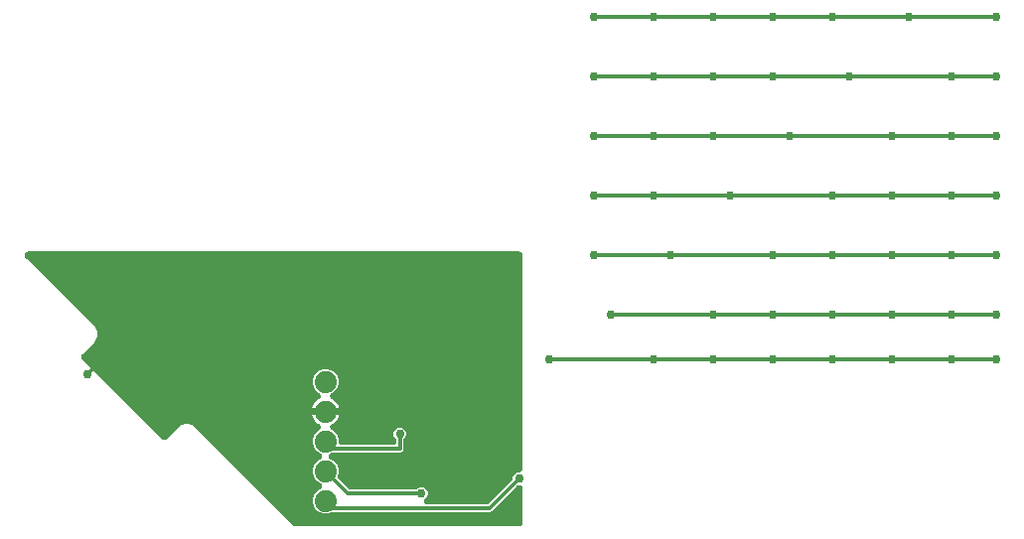
<source format=gbr>
G04 EAGLE Gerber RS-274X export*
G75*
%MOMM*%
%FSLAX34Y34*%
%LPD*%
%INBottom Copper*%
%IPPOS*%
%AMOC8*
5,1,8,0,0,1.08239X$1,22.5*%
G01*
%ADD10C,1.879600*%
%ADD11C,0.756400*%
%ADD12C,0.304800*%

G36*
X457276Y10167D02*
X457276Y10167D01*
X457352Y10165D01*
X457521Y10187D01*
X457692Y10201D01*
X457766Y10219D01*
X457841Y10229D01*
X458005Y10278D01*
X458171Y10319D01*
X458240Y10349D01*
X458313Y10371D01*
X458467Y10447D01*
X458624Y10514D01*
X458688Y10555D01*
X458757Y10588D01*
X458896Y10687D01*
X459040Y10779D01*
X459097Y10830D01*
X459159Y10874D01*
X459280Y10994D01*
X459408Y11108D01*
X459456Y11167D01*
X459510Y11221D01*
X459611Y11359D01*
X459718Y11492D01*
X459755Y11558D01*
X459800Y11619D01*
X459877Y11772D01*
X459962Y11920D01*
X459988Y11992D01*
X460023Y12060D01*
X460074Y12223D01*
X460133Y12383D01*
X460148Y12458D01*
X460171Y12530D01*
X460183Y12635D01*
X460228Y12867D01*
X460235Y13103D01*
X460247Y13208D01*
X460247Y42179D01*
X460244Y42217D01*
X460246Y42255D01*
X460224Y42463D01*
X460207Y42671D01*
X460198Y42708D01*
X460194Y42746D01*
X460139Y42947D01*
X460089Y43150D01*
X460074Y43185D01*
X460063Y43221D01*
X459976Y43411D01*
X459894Y43603D01*
X459874Y43635D01*
X459858Y43670D01*
X459741Y43843D01*
X459629Y44019D01*
X459604Y44047D01*
X459582Y44079D01*
X459439Y44231D01*
X459300Y44387D01*
X459271Y44411D01*
X459244Y44439D01*
X459079Y44566D01*
X458916Y44697D01*
X458883Y44716D01*
X458853Y44739D01*
X458669Y44838D01*
X458488Y44941D01*
X458452Y44954D01*
X458418Y44972D01*
X458221Y45040D01*
X458025Y45112D01*
X457988Y45120D01*
X457952Y45132D01*
X457745Y45167D01*
X457541Y45207D01*
X457503Y45208D01*
X457465Y45215D01*
X457256Y45216D01*
X457048Y45222D01*
X457010Y45217D01*
X456972Y45218D01*
X456765Y45185D01*
X456559Y45158D01*
X456522Y45147D01*
X456485Y45141D01*
X456286Y45076D01*
X456086Y45016D01*
X456052Y44999D01*
X456016Y44987D01*
X455831Y44890D01*
X455643Y44799D01*
X455612Y44777D01*
X455578Y44759D01*
X455506Y44701D01*
X455241Y44513D01*
X455119Y44392D01*
X455045Y44334D01*
X433527Y22815D01*
X432406Y22351D01*
X298558Y22351D01*
X298548Y22350D01*
X298539Y22351D01*
X298303Y22331D01*
X298066Y22311D01*
X298057Y22309D01*
X298047Y22308D01*
X298009Y22297D01*
X297588Y22193D01*
X297584Y22191D01*
X297467Y22141D01*
X297392Y22119D01*
X294273Y20827D01*
X289927Y20827D01*
X285913Y22490D01*
X282840Y25563D01*
X281177Y29577D01*
X281177Y33923D01*
X282840Y37937D01*
X285913Y41010D01*
X287421Y41635D01*
X287455Y41652D01*
X287491Y41665D01*
X287674Y41764D01*
X287860Y41860D01*
X287891Y41882D01*
X287925Y41901D01*
X288090Y42029D01*
X288257Y42153D01*
X288284Y42180D01*
X288314Y42203D01*
X288456Y42357D01*
X288602Y42506D01*
X288624Y42537D01*
X288650Y42565D01*
X288765Y42739D01*
X288885Y42910D01*
X288901Y42944D01*
X288922Y42976D01*
X289008Y43166D01*
X289099Y43354D01*
X289110Y43391D01*
X289125Y43426D01*
X289179Y43627D01*
X289238Y43828D01*
X289243Y43866D01*
X289253Y43902D01*
X289274Y44110D01*
X289300Y44317D01*
X289298Y44355D01*
X289302Y44393D01*
X289289Y44602D01*
X289281Y44810D01*
X289274Y44848D01*
X289271Y44886D01*
X289225Y45089D01*
X289183Y45294D01*
X289170Y45329D01*
X289161Y45367D01*
X289083Y45560D01*
X289009Y45755D01*
X288990Y45788D01*
X288975Y45823D01*
X288866Y46002D01*
X288762Y46182D01*
X288738Y46212D01*
X288718Y46244D01*
X288582Y46403D01*
X288450Y46564D01*
X288421Y46589D01*
X288396Y46618D01*
X288237Y46752D01*
X288080Y46891D01*
X288047Y46911D01*
X288018Y46935D01*
X287937Y46980D01*
X287662Y47153D01*
X287503Y47220D01*
X287421Y47265D01*
X285913Y47890D01*
X282840Y50963D01*
X281177Y54977D01*
X281177Y59323D01*
X282840Y63337D01*
X285913Y66410D01*
X287421Y67035D01*
X287455Y67052D01*
X287491Y67065D01*
X287675Y67165D01*
X287860Y67260D01*
X287891Y67282D01*
X287925Y67301D01*
X288089Y67429D01*
X288257Y67553D01*
X288284Y67580D01*
X288314Y67603D01*
X288456Y67757D01*
X288602Y67906D01*
X288624Y67937D01*
X288650Y67965D01*
X288765Y68139D01*
X288885Y68310D01*
X288901Y68344D01*
X288922Y68376D01*
X289008Y68566D01*
X289099Y68755D01*
X289110Y68791D01*
X289125Y68826D01*
X289179Y69028D01*
X289238Y69228D01*
X289243Y69265D01*
X289253Y69302D01*
X289274Y69511D01*
X289300Y69717D01*
X289298Y69755D01*
X289302Y69793D01*
X289289Y70002D01*
X289281Y70210D01*
X289274Y70248D01*
X289271Y70286D01*
X289225Y70489D01*
X289183Y70694D01*
X289170Y70729D01*
X289161Y70767D01*
X289083Y70960D01*
X289009Y71155D01*
X288990Y71188D01*
X288975Y71224D01*
X288866Y71402D01*
X288762Y71582D01*
X288738Y71612D01*
X288718Y71644D01*
X288582Y71803D01*
X288450Y71964D01*
X288421Y71990D01*
X288396Y72018D01*
X288236Y72153D01*
X288080Y72291D01*
X288047Y72311D01*
X288018Y72335D01*
X287937Y72380D01*
X287662Y72553D01*
X287504Y72620D01*
X287421Y72665D01*
X285913Y73290D01*
X282840Y76363D01*
X281177Y80377D01*
X281177Y84723D01*
X282840Y88737D01*
X285913Y91810D01*
X286186Y91923D01*
X286333Y91998D01*
X286484Y92066D01*
X286552Y92111D01*
X286625Y92148D01*
X286758Y92246D01*
X286896Y92337D01*
X286956Y92393D01*
X287022Y92441D01*
X287137Y92559D01*
X287259Y92671D01*
X287309Y92736D01*
X287366Y92794D01*
X287461Y92930D01*
X287563Y93060D01*
X287603Y93131D01*
X287649Y93198D01*
X287721Y93348D01*
X287801Y93492D01*
X287828Y93569D01*
X287863Y93643D01*
X287910Y93801D01*
X287965Y93957D01*
X287980Y94038D01*
X288003Y94116D01*
X288024Y94280D01*
X288053Y94443D01*
X288054Y94524D01*
X288064Y94606D01*
X288058Y94771D01*
X288061Y94936D01*
X288049Y95017D01*
X288046Y95099D01*
X288013Y95261D01*
X287989Y95424D01*
X287964Y95502D01*
X287948Y95582D01*
X287890Y95736D01*
X287839Y95894D01*
X287802Y95967D01*
X287774Y96044D01*
X287691Y96187D01*
X287616Y96334D01*
X287568Y96400D01*
X287527Y96471D01*
X287422Y96598D01*
X287324Y96732D01*
X287266Y96789D01*
X287214Y96853D01*
X287091Y96962D01*
X286972Y97078D01*
X286919Y97113D01*
X286844Y97179D01*
X286427Y97441D01*
X286413Y97447D01*
X286403Y97453D01*
X285843Y97739D01*
X284322Y98844D01*
X282994Y100172D01*
X281889Y101693D01*
X281036Y103367D01*
X280537Y104903D01*
X292100Y104903D01*
X303663Y104903D01*
X303164Y103367D01*
X302311Y101693D01*
X301206Y100172D01*
X299878Y98844D01*
X298357Y97739D01*
X297797Y97453D01*
X297656Y97367D01*
X297511Y97288D01*
X297446Y97238D01*
X297377Y97195D01*
X297251Y97086D01*
X297121Y96985D01*
X297066Y96925D01*
X297004Y96872D01*
X296898Y96744D01*
X296786Y96623D01*
X296741Y96555D01*
X296688Y96492D01*
X296604Y96350D01*
X296513Y96212D01*
X296479Y96138D01*
X296438Y96067D01*
X296378Y95913D01*
X296310Y95762D01*
X296289Y95684D01*
X296259Y95607D01*
X296225Y95445D01*
X296182Y95286D01*
X296174Y95205D01*
X296157Y95125D01*
X296150Y94959D01*
X296133Y94795D01*
X296138Y94714D01*
X296135Y94632D01*
X296154Y94467D01*
X296164Y94303D01*
X296182Y94223D01*
X296192Y94142D01*
X296237Y93983D01*
X296274Y93822D01*
X296305Y93746D01*
X296327Y93668D01*
X296398Y93518D01*
X296460Y93365D01*
X296503Y93295D01*
X296537Y93221D01*
X296631Y93085D01*
X296717Y92944D01*
X296770Y92882D01*
X296817Y92815D01*
X296931Y92695D01*
X297039Y92570D01*
X297102Y92517D01*
X297158Y92459D01*
X297290Y92359D01*
X297417Y92253D01*
X297473Y92222D01*
X297553Y92162D01*
X297990Y91933D01*
X298004Y91928D01*
X298014Y91923D01*
X298287Y91810D01*
X301360Y88737D01*
X303023Y84723D01*
X303023Y82296D01*
X303029Y82220D01*
X303027Y82144D01*
X303049Y81975D01*
X303063Y81804D01*
X303081Y81730D01*
X303091Y81655D01*
X303140Y81491D01*
X303181Y81325D01*
X303211Y81256D01*
X303233Y81182D01*
X303309Y81029D01*
X303376Y80872D01*
X303417Y80808D01*
X303450Y80739D01*
X303549Y80600D01*
X303641Y80456D01*
X303692Y80399D01*
X303736Y80337D01*
X303856Y80216D01*
X303970Y80088D01*
X304029Y80040D01*
X304083Y79986D01*
X304221Y79885D01*
X304354Y79778D01*
X304420Y79741D01*
X304481Y79696D01*
X304634Y79619D01*
X304782Y79534D01*
X304854Y79508D01*
X304922Y79473D01*
X305085Y79422D01*
X305245Y79363D01*
X305320Y79348D01*
X305392Y79325D01*
X305497Y79313D01*
X305729Y79268D01*
X305965Y79261D01*
X306070Y79249D01*
X349504Y79249D01*
X349580Y79255D01*
X349656Y79253D01*
X349825Y79275D01*
X349996Y79289D01*
X350070Y79307D01*
X350145Y79317D01*
X350309Y79366D01*
X350475Y79407D01*
X350544Y79437D01*
X350618Y79459D01*
X350771Y79535D01*
X350928Y79602D01*
X350992Y79643D01*
X351061Y79676D01*
X351200Y79775D01*
X351344Y79867D01*
X351401Y79918D01*
X351463Y79962D01*
X351584Y80082D01*
X351712Y80196D01*
X351760Y80255D01*
X351814Y80309D01*
X351915Y80447D01*
X352022Y80580D01*
X352059Y80646D01*
X352104Y80707D01*
X352181Y80860D01*
X352266Y81008D01*
X352292Y81080D01*
X352327Y81148D01*
X352378Y81311D01*
X352437Y81471D01*
X352452Y81546D01*
X352475Y81618D01*
X352487Y81723D01*
X352532Y81955D01*
X352539Y82191D01*
X352551Y82296D01*
X352551Y83182D01*
X352542Y83295D01*
X352543Y83410D01*
X352522Y83541D01*
X352511Y83673D01*
X352484Y83784D01*
X352466Y83897D01*
X352425Y84023D01*
X352393Y84152D01*
X352348Y84257D01*
X352312Y84366D01*
X352250Y84484D01*
X352198Y84606D01*
X352137Y84702D01*
X352084Y84803D01*
X352025Y84877D01*
X351933Y85022D01*
X351717Y85264D01*
X351659Y85336D01*
X351101Y85894D01*
X350293Y87844D01*
X350293Y89956D01*
X351101Y91906D01*
X352594Y93399D01*
X354544Y94207D01*
X356656Y94207D01*
X358606Y93399D01*
X360099Y91906D01*
X360907Y89956D01*
X360907Y87844D01*
X360099Y85894D01*
X359541Y85336D01*
X359467Y85249D01*
X359386Y85169D01*
X359308Y85062D01*
X359222Y84960D01*
X359163Y84863D01*
X359096Y84770D01*
X359036Y84652D01*
X358967Y84538D01*
X358925Y84432D01*
X358873Y84330D01*
X358833Y84203D01*
X358784Y84080D01*
X358759Y83968D01*
X358725Y83859D01*
X358715Y83766D01*
X358677Y83598D01*
X358659Y83274D01*
X358649Y83182D01*
X358649Y75594D01*
X358185Y74473D01*
X357327Y73615D01*
X356206Y73151D01*
X298558Y73151D01*
X298548Y73150D01*
X298539Y73151D01*
X298302Y73130D01*
X298066Y73111D01*
X298057Y73109D01*
X298047Y73108D01*
X298009Y73097D01*
X297587Y72993D01*
X297467Y72941D01*
X297392Y72919D01*
X296779Y72665D01*
X296745Y72648D01*
X296709Y72635D01*
X296525Y72535D01*
X296340Y72440D01*
X296309Y72418D01*
X296275Y72399D01*
X296111Y72271D01*
X295943Y72147D01*
X295916Y72120D01*
X295886Y72097D01*
X295744Y71944D01*
X295598Y71794D01*
X295576Y71763D01*
X295550Y71735D01*
X295435Y71561D01*
X295315Y71390D01*
X295299Y71356D01*
X295278Y71324D01*
X295192Y71134D01*
X295101Y70946D01*
X295090Y70909D01*
X295075Y70874D01*
X295021Y70673D01*
X294962Y70472D01*
X294957Y70434D01*
X294947Y70398D01*
X294926Y70190D01*
X294900Y69983D01*
X294902Y69945D01*
X294898Y69907D01*
X294911Y69699D01*
X294919Y69490D01*
X294926Y69452D01*
X294929Y69414D01*
X294975Y69211D01*
X295017Y69006D01*
X295030Y68971D01*
X295039Y68933D01*
X295117Y68740D01*
X295191Y68545D01*
X295210Y68512D01*
X295225Y68477D01*
X295333Y68299D01*
X295438Y68118D01*
X295462Y68088D01*
X295482Y68056D01*
X295618Y67897D01*
X295750Y67736D01*
X295779Y67711D01*
X295804Y67682D01*
X295963Y67548D01*
X296120Y67409D01*
X296153Y67389D01*
X296182Y67365D01*
X296263Y67320D01*
X296538Y67147D01*
X296696Y67080D01*
X296779Y67035D01*
X298287Y66410D01*
X301360Y63337D01*
X303023Y59323D01*
X303023Y54977D01*
X302502Y53720D01*
X302435Y53512D01*
X302364Y53306D01*
X302359Y53277D01*
X302351Y53250D01*
X302318Y53035D01*
X302281Y52819D01*
X302281Y52791D01*
X302277Y52763D01*
X302280Y52545D01*
X302278Y52326D01*
X302283Y52298D01*
X302283Y52269D01*
X302321Y52055D01*
X302355Y51838D01*
X302364Y51811D01*
X302369Y51783D01*
X302441Y51577D01*
X302509Y51370D01*
X302522Y51345D01*
X302532Y51318D01*
X302636Y51126D01*
X302737Y50932D01*
X302752Y50914D01*
X302768Y50885D01*
X303071Y50495D01*
X303130Y50440D01*
X303162Y50399D01*
X311520Y42041D01*
X311607Y41967D01*
X311688Y41886D01*
X311795Y41808D01*
X311896Y41722D01*
X311994Y41663D01*
X312086Y41596D01*
X312205Y41536D01*
X312319Y41467D01*
X312425Y41425D01*
X312527Y41373D01*
X312654Y41333D01*
X312777Y41284D01*
X312888Y41259D01*
X312997Y41225D01*
X313091Y41215D01*
X313259Y41177D01*
X313583Y41159D01*
X313675Y41149D01*
X368297Y41149D01*
X368410Y41158D01*
X368525Y41157D01*
X368656Y41178D01*
X368788Y41189D01*
X368899Y41216D01*
X369012Y41234D01*
X369138Y41275D01*
X369267Y41307D01*
X369372Y41352D01*
X369481Y41388D01*
X369599Y41450D01*
X369721Y41502D01*
X369817Y41563D01*
X369918Y41616D01*
X369992Y41675D01*
X370137Y41767D01*
X370379Y41983D01*
X370451Y42041D01*
X371009Y42599D01*
X372959Y43407D01*
X375071Y43407D01*
X377021Y42599D01*
X378514Y41106D01*
X379322Y39156D01*
X379322Y37044D01*
X378514Y35094D01*
X377071Y33651D01*
X377046Y33622D01*
X377017Y33596D01*
X376887Y33434D01*
X376751Y33275D01*
X376731Y33242D01*
X376707Y33212D01*
X376604Y33031D01*
X376497Y32852D01*
X376482Y32817D01*
X376463Y32784D01*
X376391Y32588D01*
X376313Y32394D01*
X376305Y32357D01*
X376292Y32321D01*
X376252Y32117D01*
X376207Y31913D01*
X376204Y31874D01*
X376197Y31837D01*
X376191Y31629D01*
X376179Y31420D01*
X376183Y31382D01*
X376182Y31344D01*
X376209Y31137D01*
X376231Y30929D01*
X376241Y30893D01*
X376246Y30855D01*
X376307Y30654D01*
X376362Y30454D01*
X376378Y30419D01*
X376389Y30382D01*
X376481Y30195D01*
X376568Y30005D01*
X376589Y29974D01*
X376606Y29939D01*
X376726Y29769D01*
X376843Y29596D01*
X376869Y29568D01*
X376891Y29537D01*
X377038Y29389D01*
X377181Y29236D01*
X377211Y29213D01*
X377238Y29186D01*
X377406Y29063D01*
X377572Y28936D01*
X377606Y28918D01*
X377637Y28896D01*
X377823Y28802D01*
X378007Y28703D01*
X378043Y28691D01*
X378077Y28673D01*
X378277Y28610D01*
X378474Y28543D01*
X378511Y28537D01*
X378548Y28525D01*
X378640Y28515D01*
X378960Y28460D01*
X379132Y28459D01*
X379225Y28449D01*
X429275Y28449D01*
X429389Y28458D01*
X429503Y28457D01*
X429634Y28478D01*
X429767Y28489D01*
X429877Y28516D01*
X429990Y28534D01*
X430117Y28575D01*
X430245Y28607D01*
X430350Y28652D01*
X430459Y28688D01*
X430577Y28750D01*
X430699Y28802D01*
X430795Y28863D01*
X430896Y28916D01*
X430970Y28975D01*
X431115Y29067D01*
X431357Y29283D01*
X431430Y29341D01*
X451001Y48912D01*
X451075Y48999D01*
X451156Y49080D01*
X451234Y49187D01*
X451320Y49288D01*
X451379Y49386D01*
X451446Y49478D01*
X451506Y49597D01*
X451575Y49711D01*
X451617Y49817D01*
X451669Y49919D01*
X451709Y50046D01*
X451758Y50169D01*
X451783Y50280D01*
X451817Y50389D01*
X451827Y50483D01*
X451865Y50651D01*
X451883Y50975D01*
X451893Y51067D01*
X451893Y51856D01*
X452701Y53806D01*
X454194Y55299D01*
X456144Y56107D01*
X457200Y56107D01*
X457276Y56113D01*
X457352Y56111D01*
X457521Y56133D01*
X457692Y56147D01*
X457766Y56165D01*
X457841Y56175D01*
X458005Y56224D01*
X458171Y56265D01*
X458240Y56295D01*
X458313Y56317D01*
X458467Y56393D01*
X458624Y56460D01*
X458688Y56501D01*
X458757Y56534D01*
X458896Y56633D01*
X459040Y56725D01*
X459097Y56776D01*
X459159Y56820D01*
X459280Y56940D01*
X459408Y57054D01*
X459456Y57113D01*
X459510Y57167D01*
X459611Y57305D01*
X459718Y57438D01*
X459755Y57504D01*
X459800Y57565D01*
X459877Y57718D01*
X459962Y57866D01*
X459988Y57938D01*
X460023Y58006D01*
X460074Y58169D01*
X460133Y58329D01*
X460148Y58404D01*
X460171Y58476D01*
X460183Y58581D01*
X460228Y58813D01*
X460235Y59049D01*
X460247Y59154D01*
X460247Y241300D01*
X460241Y241376D01*
X460243Y241452D01*
X460221Y241621D01*
X460207Y241792D01*
X460189Y241866D01*
X460179Y241941D01*
X460130Y242105D01*
X460089Y242271D01*
X460059Y242340D01*
X460037Y242414D01*
X459961Y242567D01*
X459894Y242724D01*
X459853Y242788D01*
X459820Y242857D01*
X459721Y242996D01*
X459629Y243140D01*
X459578Y243197D01*
X459534Y243259D01*
X459414Y243380D01*
X459300Y243508D01*
X459241Y243556D01*
X459187Y243610D01*
X459049Y243711D01*
X458916Y243818D01*
X458850Y243855D01*
X458789Y243900D01*
X458636Y243977D01*
X458488Y244062D01*
X458416Y244088D01*
X458348Y244123D01*
X458185Y244174D01*
X458025Y244233D01*
X457950Y244248D01*
X457878Y244271D01*
X457773Y244283D01*
X457541Y244328D01*
X457305Y244335D01*
X457200Y244347D01*
X38556Y244347D01*
X38511Y244344D01*
X38467Y244346D01*
X38266Y244324D01*
X38064Y244307D01*
X38021Y244297D01*
X37976Y244292D01*
X37782Y244237D01*
X37585Y244189D01*
X37544Y244171D01*
X37501Y244159D01*
X37318Y244074D01*
X37132Y243994D01*
X37094Y243970D01*
X37054Y243951D01*
X36886Y243838D01*
X36716Y243729D01*
X36683Y243699D01*
X36646Y243674D01*
X36499Y243535D01*
X36348Y243400D01*
X36320Y243365D01*
X36288Y243335D01*
X36165Y243174D01*
X36038Y243016D01*
X36016Y242978D01*
X35989Y242942D01*
X35894Y242763D01*
X35794Y242588D01*
X35779Y242546D01*
X35758Y242506D01*
X35693Y242315D01*
X35623Y242125D01*
X35614Y242081D01*
X35600Y242039D01*
X35567Y241839D01*
X35528Y241641D01*
X35527Y241596D01*
X35519Y241552D01*
X35519Y241349D01*
X35513Y241148D01*
X35518Y241104D01*
X35518Y241059D01*
X35551Y240859D01*
X35577Y240659D01*
X35590Y240616D01*
X35597Y240572D01*
X35661Y240380D01*
X35719Y240187D01*
X35739Y240146D01*
X35753Y240104D01*
X35848Y239925D01*
X35936Y239743D01*
X35962Y239707D01*
X35983Y239667D01*
X36045Y239591D01*
X36222Y239341D01*
X36350Y239211D01*
X36411Y239136D01*
X93064Y182976D01*
X93065Y182976D01*
X93069Y182972D01*
X93254Y182816D01*
X93264Y182807D01*
X94914Y181142D01*
X94926Y181132D01*
X94933Y181123D01*
X96360Y179709D01*
X97121Y177849D01*
X97128Y177835D01*
X97131Y177824D01*
X97908Y175971D01*
X97899Y173962D01*
X97901Y173946D01*
X97899Y173935D01*
X97908Y171925D01*
X97131Y170073D01*
X97126Y170058D01*
X97121Y170048D01*
X96360Y168188D01*
X94933Y166773D01*
X94923Y166761D01*
X94914Y166754D01*
X93287Y165113D01*
X93203Y165050D01*
X93124Y164969D01*
X93069Y164925D01*
X84695Y156624D01*
X84641Y156561D01*
X84580Y156504D01*
X84480Y156374D01*
X84374Y156250D01*
X84331Y156179D01*
X84280Y156113D01*
X84203Y155968D01*
X84117Y155828D01*
X84086Y155751D01*
X84047Y155678D01*
X83994Y155523D01*
X83932Y155371D01*
X83914Y155290D01*
X83887Y155212D01*
X83859Y155050D01*
X83823Y154890D01*
X83818Y154807D01*
X83804Y154725D01*
X83803Y154561D01*
X83793Y154397D01*
X83802Y154315D01*
X83801Y154232D01*
X83827Y154070D01*
X83844Y153906D01*
X83865Y153826D01*
X83878Y153745D01*
X83929Y153589D01*
X83972Y153430D01*
X84006Y153355D01*
X84032Y153276D01*
X84108Y153130D01*
X84176Y152981D01*
X84222Y152912D01*
X84260Y152838D01*
X84325Y152757D01*
X84449Y152570D01*
X84620Y152387D01*
X84685Y152305D01*
X152643Y84348D01*
X152701Y84298D01*
X152753Y84243D01*
X152889Y84139D01*
X153019Y84028D01*
X153084Y83989D01*
X153145Y83943D01*
X153295Y83862D01*
X153441Y83774D01*
X153512Y83745D01*
X153579Y83709D01*
X153741Y83654D01*
X153899Y83591D01*
X153974Y83574D01*
X154046Y83549D01*
X154215Y83521D01*
X154381Y83484D01*
X154457Y83479D01*
X154532Y83467D01*
X154703Y83466D01*
X154874Y83456D01*
X154949Y83464D01*
X155026Y83464D01*
X155195Y83490D01*
X155364Y83508D01*
X155438Y83528D01*
X155513Y83540D01*
X155675Y83594D01*
X155840Y83639D01*
X155909Y83671D01*
X155982Y83695D01*
X156133Y83773D01*
X156288Y83845D01*
X156352Y83887D01*
X156419Y83922D01*
X156502Y83988D01*
X156698Y84120D01*
X156870Y84282D01*
X156952Y84348D01*
X167224Y94619D01*
X168193Y95588D01*
X171927Y97135D01*
X175969Y97135D01*
X179704Y95588D01*
X264239Y11053D01*
X264326Y10979D01*
X264406Y10898D01*
X264513Y10820D01*
X264615Y10734D01*
X264712Y10675D01*
X264805Y10608D01*
X264923Y10548D01*
X265037Y10479D01*
X265143Y10437D01*
X265245Y10385D01*
X265372Y10345D01*
X265495Y10296D01*
X265607Y10271D01*
X265716Y10237D01*
X265809Y10227D01*
X265977Y10189D01*
X266301Y10171D01*
X266393Y10161D01*
X457200Y10161D01*
X457276Y10167D01*
G37*
%LPC*%
G36*
X292100Y110997D02*
X292100Y110997D01*
X280537Y110997D01*
X281036Y112533D01*
X281889Y114207D01*
X282994Y115728D01*
X284322Y117056D01*
X285843Y118161D01*
X286403Y118447D01*
X286544Y118533D01*
X286689Y118612D01*
X286754Y118662D01*
X286823Y118705D01*
X286949Y118814D01*
X287079Y118915D01*
X287134Y118975D01*
X287196Y119028D01*
X287302Y119156D01*
X287414Y119277D01*
X287459Y119345D01*
X287512Y119408D01*
X287596Y119550D01*
X287687Y119688D01*
X287721Y119762D01*
X287762Y119833D01*
X287822Y119987D01*
X287890Y120138D01*
X287911Y120216D01*
X287941Y120293D01*
X287975Y120455D01*
X288018Y120614D01*
X288026Y120695D01*
X288043Y120775D01*
X288050Y120941D01*
X288067Y121105D01*
X288062Y121186D01*
X288065Y121268D01*
X288046Y121433D01*
X288036Y121597D01*
X288018Y121677D01*
X288008Y121758D01*
X287963Y121917D01*
X287926Y122078D01*
X287895Y122154D01*
X287873Y122232D01*
X287802Y122382D01*
X287740Y122535D01*
X287697Y122605D01*
X287663Y122679D01*
X287569Y122815D01*
X287483Y122956D01*
X287430Y123018D01*
X287383Y123085D01*
X287269Y123205D01*
X287161Y123330D01*
X287098Y123383D01*
X287042Y123441D01*
X286910Y123541D01*
X286783Y123647D01*
X286727Y123678D01*
X286647Y123738D01*
X286210Y123967D01*
X286196Y123972D01*
X286186Y123977D01*
X285913Y124090D01*
X282840Y127163D01*
X281177Y131177D01*
X281177Y135523D01*
X282840Y139537D01*
X285913Y142610D01*
X289927Y144273D01*
X294273Y144273D01*
X298287Y142610D01*
X301360Y139537D01*
X303023Y135523D01*
X303023Y131177D01*
X301360Y127163D01*
X298287Y124090D01*
X298014Y123977D01*
X297867Y123902D01*
X297716Y123834D01*
X297648Y123789D01*
X297575Y123752D01*
X297442Y123654D01*
X297304Y123563D01*
X297244Y123507D01*
X297178Y123459D01*
X297063Y123341D01*
X296941Y123229D01*
X296891Y123164D01*
X296834Y123106D01*
X296739Y122970D01*
X296637Y122840D01*
X296597Y122769D01*
X296551Y122702D01*
X296479Y122552D01*
X296399Y122408D01*
X296372Y122331D01*
X296337Y122257D01*
X296290Y122099D01*
X296235Y121943D01*
X296220Y121862D01*
X296197Y121784D01*
X296176Y121620D01*
X296147Y121457D01*
X296146Y121376D01*
X296136Y121294D01*
X296142Y121129D01*
X296139Y120964D01*
X296151Y120883D01*
X296154Y120801D01*
X296187Y120639D01*
X296211Y120476D01*
X296236Y120398D01*
X296252Y120318D01*
X296310Y120164D01*
X296361Y120006D01*
X296398Y119933D01*
X296426Y119856D01*
X296509Y119713D01*
X296584Y119566D01*
X296632Y119500D01*
X296673Y119429D01*
X296778Y119302D01*
X296876Y119168D01*
X296934Y119111D01*
X296986Y119047D01*
X297109Y118938D01*
X297228Y118822D01*
X297281Y118787D01*
X297356Y118721D01*
X297773Y118459D01*
X297787Y118453D01*
X297797Y118447D01*
X298357Y118161D01*
X299878Y117056D01*
X301206Y115728D01*
X302311Y114207D01*
X303164Y112533D01*
X303663Y110997D01*
X292100Y110997D01*
X292100Y110997D01*
G37*
%LPD*%
D10*
X292100Y82550D03*
X292100Y31750D03*
X292100Y133350D03*
X292100Y57150D03*
X292100Y107950D03*
D11*
X317500Y88900D03*
X425450Y152400D03*
X444500Y127000D03*
X88900Y139700D03*
D12*
X101600Y152400D01*
X298450Y76200D02*
X355600Y76200D01*
X355600Y88900D01*
D11*
X355600Y88900D03*
D12*
X298450Y76200D02*
X292100Y82550D01*
D11*
X482600Y152400D03*
D12*
X825500Y152400D02*
X863600Y152400D01*
X825500Y152400D02*
X774700Y152400D01*
X723900Y152400D01*
X673100Y152400D01*
X622300Y152400D01*
X571500Y152400D02*
X482600Y152400D01*
D11*
X863600Y152400D03*
X571500Y152400D03*
D12*
X622300Y152400D01*
D11*
X622300Y152400D03*
X673100Y152400D03*
X723900Y152400D03*
X774700Y152400D03*
X825500Y152400D03*
X863600Y190500D03*
X535600Y190500D03*
D12*
X622300Y190500D01*
X673100Y190500D01*
X723900Y190500D01*
X774700Y190500D01*
X825500Y190500D01*
X863600Y190500D01*
D11*
X622300Y190500D03*
X673100Y190500D03*
X723900Y190500D03*
X774700Y190500D03*
X825500Y190500D03*
X520700Y241300D03*
D12*
X586400Y241300D01*
D11*
X863600Y241300D03*
D12*
X673100Y241300D02*
X586400Y241300D01*
X774700Y241300D02*
X825500Y241300D01*
X863600Y241300D01*
D11*
X673100Y241300D03*
D12*
X723900Y241300D01*
D11*
X723900Y241300D03*
D12*
X774700Y241300D01*
D11*
X774700Y241300D03*
X825500Y241300D03*
X586400Y241300D03*
X520700Y292100D03*
D12*
X571500Y292100D01*
D11*
X863600Y292100D03*
D12*
X637200Y292100D02*
X571500Y292100D01*
X637200Y292100D02*
X723900Y292100D01*
X774700Y292100D01*
X825500Y292100D01*
X863600Y292100D01*
D11*
X825500Y292100D03*
X774700Y292100D03*
X723900Y292100D03*
X571500Y292100D03*
X637200Y292100D03*
X520700Y444500D03*
D12*
X571500Y444500D01*
D11*
X863600Y444500D03*
D12*
X673100Y444500D02*
X622300Y444500D01*
X673100Y444500D02*
X723900Y444500D01*
X789600Y444500D01*
X863600Y444500D01*
D11*
X571500Y444500D03*
D12*
X622300Y444500D01*
D11*
X622300Y444500D03*
X673100Y444500D03*
X723900Y444500D03*
X789600Y444500D03*
X520700Y393700D03*
D12*
X571500Y393700D01*
D11*
X863600Y393700D03*
D12*
X622300Y393700D02*
X571500Y393700D01*
X622300Y393700D02*
X673100Y393700D01*
X738800Y393700D01*
X825500Y393700D01*
X863600Y393700D01*
D11*
X825500Y393700D03*
X571500Y393700D03*
X622300Y393700D03*
X673100Y393700D03*
X738800Y393700D03*
X520700Y342900D03*
X863600Y342900D03*
D12*
X571500Y342900D02*
X520700Y342900D01*
X571500Y342900D02*
X622300Y342900D01*
X688000Y342900D01*
X774700Y342900D01*
X825500Y342900D01*
X863600Y342900D01*
D11*
X825500Y342900D03*
X774700Y342900D03*
X622300Y342900D03*
X688000Y342900D03*
X571500Y342900D03*
D12*
X431800Y25400D02*
X298450Y25400D01*
X431800Y25400D02*
X457200Y50800D01*
D11*
X457200Y50800D03*
D12*
X298450Y25400D02*
X292100Y31750D01*
X311150Y38100D02*
X374015Y38100D01*
D11*
X374015Y38100D03*
D12*
X311150Y38100D02*
X292100Y57150D01*
M02*

</source>
